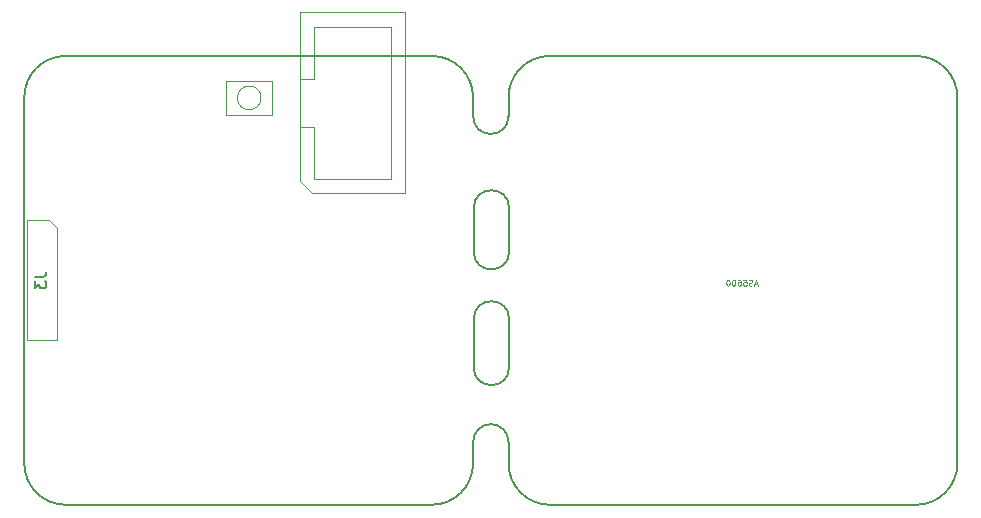
<source format=gbr>
%TF.GenerationSoftware,KiCad,Pcbnew,(7.0.0-0)*%
%TF.CreationDate,2023-05-24T17:39:12+02:00*%
%TF.ProjectId,ethersweep,65746865-7273-4776-9565-702e6b696361,2.0.1*%
%TF.SameCoordinates,Original*%
%TF.FileFunction,AssemblyDrawing,Bot*%
%FSLAX46Y46*%
G04 Gerber Fmt 4.6, Leading zero omitted, Abs format (unit mm)*
G04 Created by KiCad (PCBNEW (7.0.0-0)) date 2023-05-24 17:39:12*
%MOMM*%
%LPD*%
G01*
G04 APERTURE LIST*
%ADD10C,0.150000*%
%ADD11C,0.015000*%
%ADD12C,0.100000*%
%TA.AperFunction,Profile*%
%ADD13C,0.150000*%
%TD*%
G04 APERTURE END LIST*
D10*
X146967380Y-45376666D02*
X147681666Y-45376666D01*
X147681666Y-45376666D02*
X147824523Y-45329047D01*
X147824523Y-45329047D02*
X147919761Y-45233809D01*
X147919761Y-45233809D02*
X147967380Y-45090952D01*
X147967380Y-45090952D02*
X147967380Y-44995714D01*
X146967380Y-45757619D02*
X146967380Y-46376666D01*
X146967380Y-46376666D02*
X147348333Y-46043333D01*
X147348333Y-46043333D02*
X147348333Y-46186190D01*
X147348333Y-46186190D02*
X147395952Y-46281428D01*
X147395952Y-46281428D02*
X147443571Y-46329047D01*
X147443571Y-46329047D02*
X147538809Y-46376666D01*
X147538809Y-46376666D02*
X147776904Y-46376666D01*
X147776904Y-46376666D02*
X147872142Y-46329047D01*
X147872142Y-46329047D02*
X147919761Y-46281428D01*
X147919761Y-46281428D02*
X147967380Y-46186190D01*
X147967380Y-46186190D02*
X147967380Y-45900476D01*
X147967380Y-45900476D02*
X147919761Y-45805238D01*
X147919761Y-45805238D02*
X147872142Y-45757619D01*
D11*
X208159521Y-46010833D02*
X207921426Y-46010833D01*
X208207140Y-46153690D02*
X208040474Y-45653690D01*
X208040474Y-45653690D02*
X207873807Y-46153690D01*
X207730950Y-46129880D02*
X207659522Y-46153690D01*
X207659522Y-46153690D02*
X207540474Y-46153690D01*
X207540474Y-46153690D02*
X207492855Y-46129880D01*
X207492855Y-46129880D02*
X207469046Y-46106071D01*
X207469046Y-46106071D02*
X207445236Y-46058452D01*
X207445236Y-46058452D02*
X207445236Y-46010833D01*
X207445236Y-46010833D02*
X207469046Y-45963214D01*
X207469046Y-45963214D02*
X207492855Y-45939404D01*
X207492855Y-45939404D02*
X207540474Y-45915595D01*
X207540474Y-45915595D02*
X207635712Y-45891785D01*
X207635712Y-45891785D02*
X207683331Y-45867976D01*
X207683331Y-45867976D02*
X207707141Y-45844166D01*
X207707141Y-45844166D02*
X207730950Y-45796547D01*
X207730950Y-45796547D02*
X207730950Y-45748928D01*
X207730950Y-45748928D02*
X207707141Y-45701309D01*
X207707141Y-45701309D02*
X207683331Y-45677500D01*
X207683331Y-45677500D02*
X207635712Y-45653690D01*
X207635712Y-45653690D02*
X207516665Y-45653690D01*
X207516665Y-45653690D02*
X207445236Y-45677500D01*
X206992856Y-45653690D02*
X207230951Y-45653690D01*
X207230951Y-45653690D02*
X207254760Y-45891785D01*
X207254760Y-45891785D02*
X207230951Y-45867976D01*
X207230951Y-45867976D02*
X207183332Y-45844166D01*
X207183332Y-45844166D02*
X207064284Y-45844166D01*
X207064284Y-45844166D02*
X207016665Y-45867976D01*
X207016665Y-45867976D02*
X206992856Y-45891785D01*
X206992856Y-45891785D02*
X206969046Y-45939404D01*
X206969046Y-45939404D02*
X206969046Y-46058452D01*
X206969046Y-46058452D02*
X206992856Y-46106071D01*
X206992856Y-46106071D02*
X207016665Y-46129880D01*
X207016665Y-46129880D02*
X207064284Y-46153690D01*
X207064284Y-46153690D02*
X207183332Y-46153690D01*
X207183332Y-46153690D02*
X207230951Y-46129880D01*
X207230951Y-46129880D02*
X207254760Y-46106071D01*
X206540475Y-45653690D02*
X206635713Y-45653690D01*
X206635713Y-45653690D02*
X206683332Y-45677500D01*
X206683332Y-45677500D02*
X206707142Y-45701309D01*
X206707142Y-45701309D02*
X206754761Y-45772738D01*
X206754761Y-45772738D02*
X206778570Y-45867976D01*
X206778570Y-45867976D02*
X206778570Y-46058452D01*
X206778570Y-46058452D02*
X206754761Y-46106071D01*
X206754761Y-46106071D02*
X206730951Y-46129880D01*
X206730951Y-46129880D02*
X206683332Y-46153690D01*
X206683332Y-46153690D02*
X206588094Y-46153690D01*
X206588094Y-46153690D02*
X206540475Y-46129880D01*
X206540475Y-46129880D02*
X206516666Y-46106071D01*
X206516666Y-46106071D02*
X206492856Y-46058452D01*
X206492856Y-46058452D02*
X206492856Y-45939404D01*
X206492856Y-45939404D02*
X206516666Y-45891785D01*
X206516666Y-45891785D02*
X206540475Y-45867976D01*
X206540475Y-45867976D02*
X206588094Y-45844166D01*
X206588094Y-45844166D02*
X206683332Y-45844166D01*
X206683332Y-45844166D02*
X206730951Y-45867976D01*
X206730951Y-45867976D02*
X206754761Y-45891785D01*
X206754761Y-45891785D02*
X206778570Y-45939404D01*
X206183333Y-45653690D02*
X206135714Y-45653690D01*
X206135714Y-45653690D02*
X206088095Y-45677500D01*
X206088095Y-45677500D02*
X206064285Y-45701309D01*
X206064285Y-45701309D02*
X206040476Y-45748928D01*
X206040476Y-45748928D02*
X206016666Y-45844166D01*
X206016666Y-45844166D02*
X206016666Y-45963214D01*
X206016666Y-45963214D02*
X206040476Y-46058452D01*
X206040476Y-46058452D02*
X206064285Y-46106071D01*
X206064285Y-46106071D02*
X206088095Y-46129880D01*
X206088095Y-46129880D02*
X206135714Y-46153690D01*
X206135714Y-46153690D02*
X206183333Y-46153690D01*
X206183333Y-46153690D02*
X206230952Y-46129880D01*
X206230952Y-46129880D02*
X206254761Y-46106071D01*
X206254761Y-46106071D02*
X206278571Y-46058452D01*
X206278571Y-46058452D02*
X206302380Y-45963214D01*
X206302380Y-45963214D02*
X206302380Y-45844166D01*
X206302380Y-45844166D02*
X206278571Y-45748928D01*
X206278571Y-45748928D02*
X206254761Y-45701309D01*
X206254761Y-45701309D02*
X206230952Y-45677500D01*
X206230952Y-45677500D02*
X206183333Y-45653690D01*
X205707143Y-45653690D02*
X205659524Y-45653690D01*
X205659524Y-45653690D02*
X205611905Y-45677500D01*
X205611905Y-45677500D02*
X205588095Y-45701309D01*
X205588095Y-45701309D02*
X205564286Y-45748928D01*
X205564286Y-45748928D02*
X205540476Y-45844166D01*
X205540476Y-45844166D02*
X205540476Y-45963214D01*
X205540476Y-45963214D02*
X205564286Y-46058452D01*
X205564286Y-46058452D02*
X205588095Y-46106071D01*
X205588095Y-46106071D02*
X205611905Y-46129880D01*
X205611905Y-46129880D02*
X205659524Y-46153690D01*
X205659524Y-46153690D02*
X205707143Y-46153690D01*
X205707143Y-46153690D02*
X205754762Y-46129880D01*
X205754762Y-46129880D02*
X205778571Y-46106071D01*
X205778571Y-46106071D02*
X205802381Y-46058452D01*
X205802381Y-46058452D02*
X205826190Y-45963214D01*
X205826190Y-45963214D02*
X205826190Y-45844166D01*
X205826190Y-45844166D02*
X205802381Y-45748928D01*
X205802381Y-45748928D02*
X205778571Y-45701309D01*
X205778571Y-45701309D02*
X205754762Y-45677500D01*
X205754762Y-45677500D02*
X205707143Y-45653690D01*
D12*
X169420000Y-23020000D02*
X169420000Y-37300000D01*
X169420000Y-32710000D02*
X170620000Y-32710000D01*
X169420000Y-37300000D02*
X170420000Y-38300000D01*
X170420000Y-38300000D02*
X178320000Y-38300000D01*
X170620000Y-24210000D02*
X170620000Y-28610000D01*
X170620000Y-28610000D02*
X169420000Y-28610000D01*
X170620000Y-28610000D02*
X170620000Y-28610000D01*
X170620000Y-32710000D02*
X170620000Y-37110000D01*
X170620000Y-37110000D02*
X177120000Y-37110000D01*
X177120000Y-24210000D02*
X170620000Y-24210000D01*
X177120000Y-37110000D02*
X177120000Y-24210000D01*
X178320000Y-23020000D02*
X169420000Y-23020000D01*
X178320000Y-38300000D02*
X178320000Y-23020000D01*
X148870000Y-50790000D02*
X148870000Y-41265000D01*
X148870000Y-41265000D02*
X148235000Y-40630000D01*
X148235000Y-40630000D02*
X146330000Y-40630000D01*
X146330000Y-50790000D02*
X148870000Y-50790000D01*
X146330000Y-40630000D02*
X146330000Y-50790000D01*
X167100000Y-31700000D02*
X167100000Y-28800000D01*
X167100000Y-28800000D02*
X163200000Y-28800000D01*
X163200000Y-31700000D02*
X167100000Y-31700000D01*
X163200000Y-28800000D02*
X163200000Y-31700000D01*
X166150000Y-30250000D02*
G75*
G03*
X166150000Y-30250000I-1000000J0D01*
G01*
D13*
X184100000Y-31800000D02*
X184100000Y-30200000D01*
X184100000Y-60700000D02*
X184100000Y-59400000D01*
X180600000Y-26700000D02*
X149600000Y-26700000D01*
X149600000Y-26700000D02*
G75*
G03*
X146100000Y-30200000I0J-3500000D01*
G01*
X184100000Y-30200000D02*
G75*
G03*
X180600000Y-26700000I-3500000J0D01*
G01*
X180600000Y-64700000D02*
G75*
G03*
X184100000Y-61200000I0J3500000D01*
G01*
X146100000Y-30200000D02*
X146100000Y-61200000D01*
X149600000Y-64700000D02*
X180600000Y-64700000D01*
X146100000Y-61200000D02*
G75*
G03*
X149600000Y-64700000I3500000J0D01*
G01*
X184100000Y-61200000D02*
X184100000Y-60700000D01*
X225100000Y-61200000D02*
X225100000Y-30200000D01*
X190600000Y-64700000D02*
X221600000Y-64700000D01*
X187100000Y-61200000D02*
G75*
G03*
X190600000Y-64700000I3500000J0D01*
G01*
X221600000Y-64700000D02*
G75*
G03*
X225100000Y-61200000I0J3500000D01*
G01*
X190600000Y-26700000D02*
G75*
G03*
X187100000Y-30200000I0J-3500000D01*
G01*
X190600000Y-26700000D02*
X221600000Y-26700000D01*
X187100000Y-30200000D02*
X187100000Y-30700000D01*
X187100000Y-61200000D02*
X187100000Y-59400000D01*
X187100000Y-31800000D02*
X187100000Y-30700000D01*
X225100000Y-30200000D02*
G75*
G03*
X221600000Y-26700000I-3500000J0D01*
G01*
X187150000Y-48970000D02*
G75*
G03*
X184150000Y-48970000I-1500000J0D01*
G01*
X187150000Y-39570000D02*
G75*
G03*
X184150000Y-39570000I-1500000J0D01*
G01*
X187100000Y-59400000D02*
G75*
G03*
X184100000Y-59400000I-1500000J30019D01*
G01*
X184150000Y-53070000D02*
X184150000Y-48970000D01*
X184150000Y-43270000D02*
X184150000Y-39570000D01*
X184150000Y-43270000D02*
G75*
G03*
X187150000Y-43270000I1500000J0D01*
G01*
X184100000Y-31800000D02*
G75*
G03*
X187100000Y-31800000I1500000J0D01*
G01*
X187150000Y-39570000D02*
X187150000Y-43270000D01*
X187150000Y-48970000D02*
X187150000Y-53070000D01*
X184150000Y-53070000D02*
G75*
G03*
X187150000Y-53070000I1500000J0D01*
G01*
M02*

</source>
